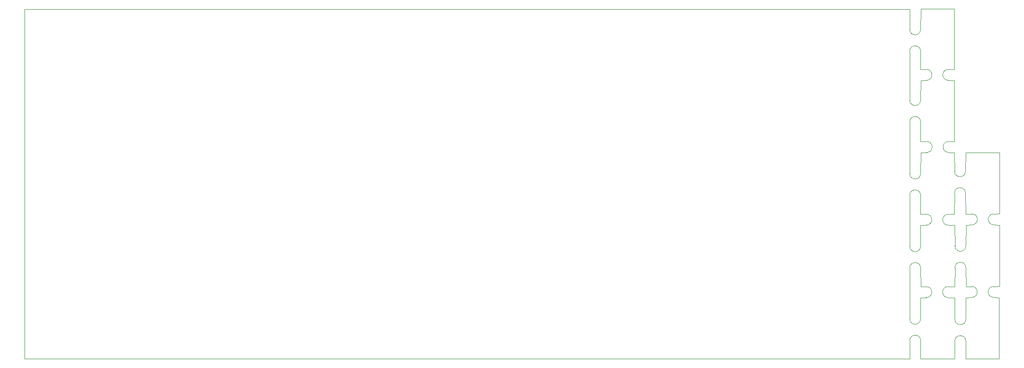
<source format=gbr>
%TF.GenerationSoftware,KiCad,Pcbnew,7.0.2-0*%
%TF.CreationDate,2023-05-27T18:04:37+01:00*%
%TF.ProjectId,olfactory_display,6f6c6661-6374-46f7-9279-5f646973706c,rev?*%
%TF.SameCoordinates,Original*%
%TF.FileFunction,Profile,NP*%
%FSLAX46Y46*%
G04 Gerber Fmt 4.6, Leading zero omitted, Abs format (unit mm)*
G04 Created by KiCad (PCBNEW 7.0.2-0) date 2023-05-27 18:04:37*
%MOMM*%
%LPD*%
G01*
G04 APERTURE LIST*
%TA.AperFunction,Profile*%
%ADD10C,0.100000*%
%TD*%
G04 APERTURE END LIST*
D10*
X264850000Y-53130000D02*
X264820000Y-57010000D01*
X264810000Y-45710000D02*
X264860000Y-49130000D01*
X268040000Y-58940000D02*
X266970000Y-59010000D01*
X272040000Y-58940000D02*
X273110000Y-59010000D01*
X266860000Y-49130000D02*
X266930000Y-45750000D01*
X266930000Y-56940000D02*
X266850000Y-53130000D01*
X268040000Y-56940000D02*
X266930000Y-56940000D01*
X273090000Y-56930000D02*
X272040000Y-56940000D01*
X273090000Y-45750000D02*
X273090000Y-56930000D01*
X266930000Y-45750000D02*
X273090000Y-45750000D01*
X272040000Y-56940000D02*
G75*
G03*
X272040000Y-58940000I0J-1000000D01*
G01*
X268040000Y-58940000D02*
G75*
G03*
X268040000Y-56940000I0J1000000D01*
G01*
X266850000Y-53130000D02*
G75*
G03*
X264850000Y-53130000I-1000000J0D01*
G01*
X264860000Y-49130000D02*
G75*
G03*
X266860000Y-49130000I1000000J0D01*
G01*
X266960000Y-70230000D02*
X268020000Y-70230000D01*
X266920000Y-66800000D02*
X266960000Y-70230000D01*
X266970000Y-59010000D02*
X266930000Y-62800000D01*
X273110000Y-70190000D02*
X273110000Y-59010000D01*
X272020000Y-70230000D02*
X273110000Y-70190000D01*
X264930000Y-62800000D02*
X264870000Y-59010000D01*
X264920000Y-66800000D02*
X264870000Y-70250000D01*
X266920000Y-66800000D02*
G75*
G03*
X264920000Y-66800000I-1000000J0D01*
G01*
X264930000Y-62800000D02*
G75*
G03*
X266930000Y-62800000I1000000J0D01*
G01*
X266910000Y-72300000D02*
X268020000Y-72230000D01*
X273030000Y-72300000D02*
X272020000Y-72230000D01*
X272020000Y-70230000D02*
G75*
G03*
X272020000Y-72230000I0J-1000000D01*
G01*
X268020000Y-72230000D02*
G75*
G03*
X268020000Y-70230000I0J1000000D01*
G01*
X94637145Y-83475000D02*
X94637145Y-19475000D01*
X256650000Y-23150000D02*
X256637145Y-19475000D01*
X256650000Y-36100000D02*
X256650000Y-27150000D01*
X256650000Y-49550000D02*
X256650000Y-40100000D01*
X256650000Y-62850000D02*
X256650000Y-53550000D01*
X256650000Y-76150000D02*
X256650000Y-66850000D01*
X256637145Y-83475000D02*
X256650000Y-80150000D01*
X266900000Y-83480000D02*
X266910000Y-80230000D01*
X273030000Y-83480000D02*
X266900000Y-83480000D01*
X273030000Y-72300000D02*
X273030000Y-83480000D01*
X266910000Y-76230000D02*
X266910000Y-72300000D01*
X264840000Y-72310000D02*
X263690000Y-72270000D01*
X264910000Y-76230000D02*
X264840000Y-72310000D01*
X264850000Y-83510000D02*
X264910000Y-80230000D01*
X258650000Y-83510000D02*
X264850000Y-83510000D01*
X258650000Y-80150000D02*
X258650000Y-83510000D01*
X258640000Y-72260000D02*
X258650000Y-76150000D01*
X259700000Y-72260000D02*
X258640000Y-72260000D01*
X258650000Y-59010000D02*
X259690000Y-59000000D01*
X258650000Y-62850000D02*
X258650000Y-59010000D01*
X258710000Y-70260000D02*
X258650000Y-66850000D01*
X259700000Y-70260000D02*
X258710000Y-70260000D01*
X264870000Y-70250000D02*
X263690000Y-70250000D01*
X263700000Y-59010000D02*
X264870000Y-59010000D01*
X264810000Y-45710000D02*
X263760000Y-45680000D01*
X263700000Y-57010000D02*
X264820000Y-57010000D01*
X258640000Y-57000000D02*
X258650000Y-56880000D01*
X259690000Y-57000000D02*
X258640000Y-57000000D01*
X258650000Y-53550000D02*
X258650000Y-56880000D01*
X258670000Y-45680000D02*
X258650000Y-49550000D01*
X259760000Y-45680000D02*
X258670000Y-45680000D01*
X264810000Y-32500000D02*
X263710000Y-32480000D01*
X264810000Y-43680000D02*
X264810000Y-32500000D01*
X263760000Y-43680000D02*
X264810000Y-43680000D01*
X258650000Y-43690000D02*
X259760000Y-43680000D01*
X258650000Y-40100000D02*
X258650000Y-43690000D01*
X258690000Y-32480000D02*
X258650000Y-36100000D01*
X259710000Y-32480000D02*
X258690000Y-32480000D01*
X263710000Y-30480000D02*
X264760000Y-30480000D01*
X258650000Y-30480000D02*
X259710000Y-30480000D01*
X258650000Y-27150000D02*
X258650000Y-30480000D01*
X258660000Y-19380000D02*
X258650000Y-23150000D01*
X259700000Y-72260000D02*
G75*
G03*
X259700000Y-70260000I0J1000000D01*
G01*
X263690000Y-70250000D02*
G75*
G03*
X263690000Y-72270000I0J-1010000D01*
G01*
X264910000Y-76230000D02*
G75*
G03*
X266910000Y-76230000I1000000J0D01*
G01*
X266910000Y-80230000D02*
G75*
G03*
X264910000Y-80230000I-1000000J0D01*
G01*
X258650000Y-80150000D02*
G75*
G03*
X256650000Y-80150000I-1000000J0D01*
G01*
X256650000Y-76150000D02*
G75*
G03*
X258650000Y-76150000I1000000J0D01*
G01*
X258650000Y-66850000D02*
G75*
G03*
X256650000Y-66850000I-1000000J0D01*
G01*
X256650000Y-62850000D02*
G75*
G03*
X258650000Y-62850000I1000000J0D01*
G01*
X259690000Y-59000000D02*
G75*
G03*
X259690000Y-57000000I0J1000000D01*
G01*
X263700000Y-57010000D02*
G75*
G03*
X263700000Y-59010000I0J-1000000D01*
G01*
X258650000Y-53550000D02*
G75*
G03*
X256650000Y-53550000I-1000000J0D01*
G01*
X256650000Y-49550000D02*
G75*
G03*
X258650000Y-49550000I1000000J0D01*
G01*
X263760000Y-43680000D02*
G75*
G03*
X263760000Y-45680000I0J-1000000D01*
G01*
X259760000Y-45680000D02*
G75*
G03*
X259760000Y-43680000I0J1000000D01*
G01*
X258650000Y-40100000D02*
G75*
G03*
X256650000Y-40100000I-1000000J0D01*
G01*
X256650000Y-36100000D02*
G75*
G03*
X258650000Y-36100000I1000000J0D01*
G01*
X263710000Y-30480000D02*
G75*
G03*
X263710000Y-32480000I0J-1000000D01*
G01*
X259710000Y-32480000D02*
G75*
G03*
X259710000Y-30480000I0J1000000D01*
G01*
X258650000Y-27150000D02*
G75*
G03*
X256650000Y-27150000I-1000000J0D01*
G01*
X256650000Y-23150000D02*
G75*
G03*
X258650000Y-23150000I1000000J0D01*
G01*
X264760000Y-19380000D02*
X264760000Y-30480000D01*
X258660000Y-19380000D02*
X264760000Y-19380000D01*
X256637145Y-19475000D02*
X94637145Y-19475000D01*
X94637145Y-83475000D02*
X256637145Y-83475000D01*
M02*

</source>
